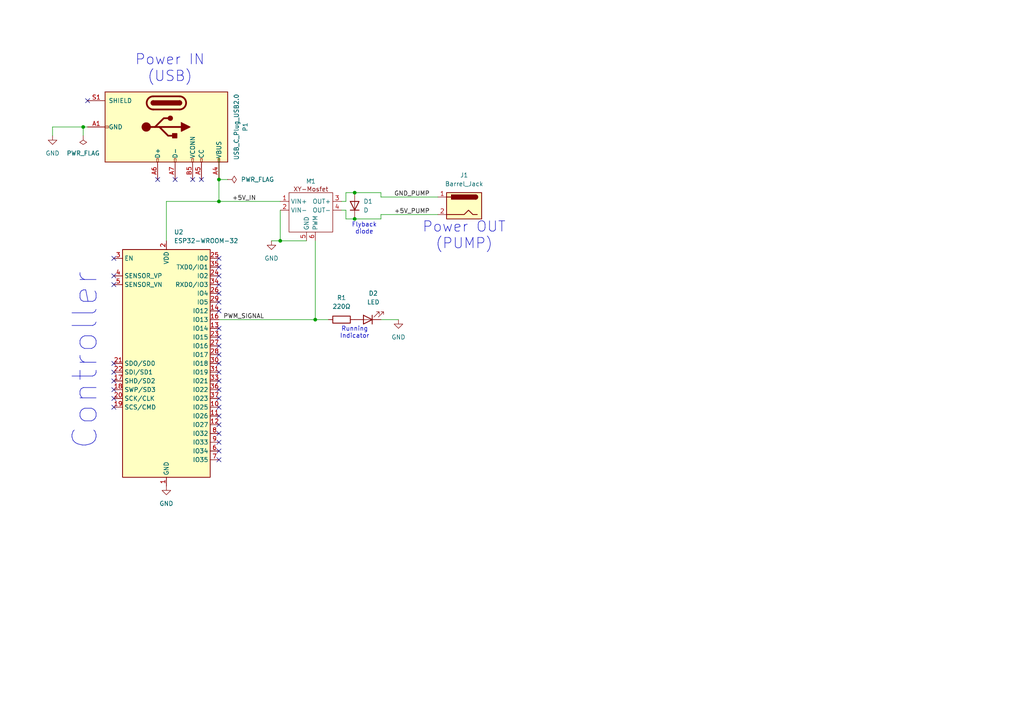
<source format=kicad_sch>
(kicad_sch (version 20231120) (generator "eeschema") (generator_version "8.0")
  (paper "A4")
  (title_block (title "Automatic watering system") (date "2024-05-18") (rev "0") (company "Meltwin"))
  (lib_symbols
    (symbol "Connector:Barrel_Jack" (pin_names (offset 1.016))
      (property "Reference" "J" (at 0 5.334 0))
      (property "Value" "Barrel_Jack" (at 0 -5.08 0))
      (symbol "Barrel_Jack_0_1"
        (rectangle (start -5.08 3.81) (end 5.08 -3.81) (stroke (width 0.254)) (fill (type background)))
        (arc (start -3.302 3.175) (mid -3.9342 2.54) (end -3.302 1.905) (stroke (width 0.254)))
        (arc (start -3.302 3.175) (mid -3.9342 2.54) (end -3.302 1.905) (stroke (width 0.254)) (fill (type outline)))
        (polyline (pts (xy 5.08 2.54) (xy 3.81 2.54)) (stroke (width 0.254)))
        (polyline (pts (xy -3.81 -2.54) (xy -2.54 -2.54) (xy -1.27 -1.27) (xy 0 -2.54) (xy 2.54 -2.54) (xy 5.08 -2.54)) (stroke (width 0.254)))
        (rectangle (start 3.683 3.175) (end -3.302 1.905) (stroke (width 0.254)) (fill (type outline)))
      )
      (symbol "Barrel_Jack_1_1"
        (pin passive line (at 7.62 2.54 180) (length 2.54) (name "~") (number "1"))
        (pin passive line (at 7.62 -2.54 180) (length 2.54) (name "~") (number "2"))
      )
    )
    (symbol "Connector:USB_C_Plug_USB2.0" (pin_names (offset 1.016))
      (property "Reference" "P" (at -10.16 19.05 0))
      (property "Value" "USB_C_Plug_USB2.0" (at 12.7 19.05 0))
      (symbol "USB_C_Plug_USB2.0_0_0"
        (rectangle (start -0.254 -17.78) (end 0.254 -16.764))
        (rectangle (start 10.16 -2.286) (end 9.144 -2.794))
        (rectangle (start 10.16 2.794) (end 9.144 2.286))
        (rectangle (start 10.16 7.874) (end 9.144 7.366))
        (rectangle (start 10.16 10.414) (end 9.144 9.906))
        (rectangle (start 10.16 15.494) (end 9.144 14.986))
      )
      (symbol "USB_C_Plug_USB2.0_0_1"
        (rectangle (start -10.16 17.78) (end 10.16 -17.78) (stroke (width 0.254)) (fill (type background)))
        (arc (start -8.89 -3.81) (mid -6.985 -5.7066) (end -5.08 -3.81) (stroke (width 0.508)))
        (arc (start -7.62 -3.81) (mid -6.985 -4.4422) (end -6.35 -3.81) (stroke (width 0.254)))
        (arc (start -7.62 -3.81) (mid -6.985 -4.4422) (end -6.35 -3.81) (stroke (width 0.254)) (fill (type outline)))
        (rectangle (start -7.62 -3.81) (end -6.35 3.81) (stroke (width 0.254)) (fill (type outline)))
        (arc (start -6.35 3.81) (mid -6.985 4.4422) (end -7.62 3.81) (stroke (width 0.254)))
        (arc (start -6.35 3.81) (mid -6.985 4.4422) (end -7.62 3.81) (stroke (width 0.254)) (fill (type outline)))
        (arc (start -5.08 3.81) (mid -6.985 5.7066) (end -8.89 3.81) (stroke (width 0.508)))
        (circle (center -2.54 1.143) (radius 0.635) (stroke (width 0.254)) (fill (type outline)))
        (circle (center 0 -5.842) (radius 1.27) (fill (type outline)))
        (polyline (pts (xy -8.89 -3.81) (xy -8.89 3.81)) (stroke (width 0.508)))
        (polyline (pts (xy -5.08 3.81) (xy -5.08 -3.81)) (stroke (width 0.508)))
        (polyline (pts (xy 0 -5.842) (xy 0 4.318)) (stroke (width 0.508)))
        (polyline (pts (xy 0 -3.302) (xy -2.54 -0.762) (xy -2.54 0.508)) (stroke (width 0.508)))
        (polyline (pts (xy 0 -2.032) (xy 2.54 0.508) (xy 2.54 1.778)) (stroke (width 0.508)))
        (polyline (pts (xy -1.27 4.318) (xy 0 6.858) (xy 1.27 4.318) (xy -1.27 4.318)) (stroke (width 0.254)) (fill (type outline)))
        (rectangle (start 1.905 1.778) (end 3.175 3.048) (stroke (width 0.254)) (fill (type outline)))
      )
      (symbol "USB_C_Plug_USB2.0_1_1"
        (pin passive line (at 0 -22.86 90) (length 5.08) (name "GND") (number "A1"))
        (pin passive line (at 0 -22.86 90) (length 5.08) hide (name "GND") (number "A12"))
        (pin passive line (at 15.24 15.24 180) (length 5.08) (name "VBUS") (number "A4"))
        (pin bidirectional line (at 15.24 10.16 180) (length 5.08) (name "CC") (number "A5"))
        (pin bidirectional line (at 15.24 -2.54 180) (length 5.08) (name "D+") (number "A6"))
        (pin bidirectional line (at 15.24 2.54 180) (length 5.08) (name "D-") (number "A7"))
        (pin passive line (at 15.24 15.24 180) (length 5.08) hide (name "VBUS") (number "A9"))
        (pin passive line (at 0 -22.86 90) (length 5.08) hide (name "GND") (number "B1"))
        (pin passive line (at 0 -22.86 90) (length 5.08) hide (name "GND") (number "B12"))
        (pin passive line (at 15.24 15.24 180) (length 5.08) hide (name "VBUS") (number "B4"))
        (pin bidirectional line (at 15.24 7.62 180) (length 5.08) (name "VCONN") (number "B5"))
        (pin passive line (at 15.24 15.24 180) (length 5.08) hide (name "VBUS") (number "B9"))
        (pin passive line (at -7.62 -22.86 90) (length 5.08) (name "SHIELD") (number "S1"))
      )
    )
    (symbol "Device:D" (pin_numbers hide) (pin_names (offset 1.016) hide)
      (property "Reference" "D" (at 0 2.54 0))
      (property "Value" "D" (at 0 -2.54 0))
      (symbol "D_0_1"
        (polyline (pts (xy -1.27 1.27) (xy -1.27 -1.27)) (stroke (width 0.254)))
        (polyline (pts (xy 1.27 0) (xy -1.27 0)))
        (polyline (pts (xy 1.27 1.27) (xy 1.27 -1.27) (xy -1.27 0) (xy 1.27 1.27)) (stroke (width 0.254)))
      )
      (symbol "D_1_1"
        (pin passive line (at -3.81 0 0) (length 2.54) (name "K") (number "1"))
        (pin passive line (at 3.81 0 180) (length 2.54) (name "A") (number "2"))
      )
    )
    (symbol "Device:LED" (pin_numbers hide) (pin_names (offset 1.016) hide)
      (property "Reference" "D" (at 0 2.54 0))
      (property "Value" "LED" (at 0 -2.54 0))
      (symbol "LED_0_1"
        (polyline (pts (xy -1.27 -1.27) (xy -1.27 1.27)) (stroke (width 0.254)))
        (polyline (pts (xy -1.27 0) (xy 1.27 0)))
        (polyline (pts (xy 1.27 -1.27) (xy 1.27 1.27) (xy -1.27 0) (xy 1.27 -1.27)) (stroke (width 0.254)))
        (polyline (pts (xy -3.048 -0.762) (xy -4.572 -2.286) (xy -3.81 -2.286) (xy -4.572 -2.286) (xy -4.572 -1.524)))
        (polyline (pts (xy -1.778 -0.762) (xy -3.302 -2.286) (xy -2.54 -2.286) (xy -3.302 -2.286) (xy -3.302 -1.524)))
      )
      (symbol "LED_1_1"
        (pin passive line (at -3.81 0 0) (length 2.54) (name "K") (number "1"))
        (pin passive line (at 3.81 0 180) (length 2.54) (name "A") (number "2"))
      )
    )
    (symbol "Device:R" (pin_numbers hide) (pin_names (offset 0))
      (property "Reference" "R" (at 2.032 0 90))
      (property "Value" "R" (at 0 0 90))
      (symbol "R_0_1"
        (rectangle (start -1.016 -2.54) (end 1.016 2.54) (stroke (width 0.254)))
      )
      (symbol "R_1_1"
        (pin passive line (at 0 3.81 270) (length 1.27) (name "~") (number "1"))
        (pin passive line (at 0 -3.81 90) (length 1.27) (name "~") (number "2"))
      )
    )
    (symbol "Meltwin:XY-Mosfet"
      (property "Reference" "M" (at 0 9.144 0))
      (symbol "XY-Mosfet_0_1"
        (rectangle (start -6.35 6.35) (end 6.35 -5.08))
      )
      (symbol "XY-Mosfet_1_1"
        (text "XY-Mosfet" (at 0 7.366 0) (effects (font (size 1.27 1.27))))
        (pin input line (at -8.89 3.81 0) (length 2.54) (name "VIN+") (number "1"))
        (pin input line (at -8.89 1.27 0) (length 2.54) (name "VIN-") (number "2"))
        (pin output line (at 8.89 3.81 180) (length 2.54) (name "OUT+") (number "3"))
        (pin output line (at 8.89 1.27 180) (length 2.54) (name "OUT-") (number "4"))
        (pin input line (at -1.27 -7.62 90) (length 2.54) (name "GND") (number "5"))
        (pin input line (at 1.27 -7.62 90) (length 2.54) (name "PWM") (number "6"))
      )
    )
    (symbol "RF_Module:ESP32-WROOM-32"
      (property "Reference" "U" (at -12.7 34.29 0))
      (property "Value" "ESP32-WROOM-32" (at 1.27 34.29 0))
      (symbol "ESP32-WROOM-32_0_1"
        (rectangle (start -12.7 33.02) (end 12.7 -33.02) (stroke (width 0.254)) (fill (type background)))
      )
      (symbol "ESP32-WROOM-32_1_1"
        (pin power_in line (at 0 -35.56 90) (length 2.54) (name "GND") (number "1"))
        (pin bidirectional line (at 15.24 -12.7 180) (length 2.54) (name "IO25") (number "10"))
        (pin bidirectional line (at 15.24 -15.24 180) (length 2.54) (name "IO26") (number "11"))
        (pin bidirectional line (at 15.24 -17.78 180) (length 2.54) (name "IO27") (number "12"))
        (pin bidirectional line (at 15.24 10.16 180) (length 2.54) (name "IO14") (number "13"))
        (pin bidirectional line (at 15.24 15.24 180) (length 2.54) (name "IO12") (number "14"))
        (pin passive line (at 0 -35.56 90) (length 2.54) hide (name "GND") (number "15"))
        (pin bidirectional line (at 15.24 12.7 180) (length 2.54) (name "IO13") (number "16"))
        (pin bidirectional line (at -15.24 -5.08 0) (length 2.54) (name "SHD/SD2") (number "17"))
        (pin bidirectional line (at -15.24 -7.62 0) (length 2.54) (name "SWP/SD3") (number "18"))
        (pin bidirectional line (at -15.24 -12.7 0) (length 2.54) (name "SCS/CMD") (number "19"))
        (pin power_in line (at 0 35.56 270) (length 2.54) (name "VDD") (number "2"))
        (pin bidirectional line (at -15.24 -10.16 0) (length 2.54) (name "SCK/CLK") (number "20"))
        (pin bidirectional line (at -15.24 0 0) (length 2.54) (name "SDO/SD0") (number "21"))
        (pin bidirectional line (at -15.24 -2.54 0) (length 2.54) (name "SDI/SD1") (number "22"))
        (pin bidirectional line (at 15.24 7.62 180) (length 2.54) (name "IO15") (number "23"))
        (pin bidirectional line (at 15.24 25.4 180) (length 2.54) (name "IO2") (number "24"))
        (pin bidirectional line (at 15.24 30.48 180) (length 2.54) (name "IO0") (number "25"))
        (pin bidirectional line (at 15.24 20.32 180) (length 2.54) (name "IO4") (number "26"))
        (pin bidirectional line (at 15.24 5.08 180) (length 2.54) (name "IO16") (number "27"))
        (pin bidirectional line (at 15.24 2.54 180) (length 2.54) (name "IO17") (number "28"))
        (pin bidirectional line (at 15.24 17.78 180) (length 2.54) (name "IO5") (number "29"))
        (pin input line (at -15.24 30.48 0) (length 2.54) (name "EN") (number "3"))
        (pin bidirectional line (at 15.24 0 180) (length 2.54) (name "IO18") (number "30"))
        (pin bidirectional line (at 15.24 -2.54 180) (length 2.54) (name "IO19") (number "31"))
        (pin no_connect line (at -12.7 -27.94 0) (length 2.54) hide (name "NC") (number "32"))
        (pin bidirectional line (at 15.24 -5.08 180) (length 2.54) (name "IO21") (number "33"))
        (pin bidirectional line (at 15.24 22.86 180) (length 2.54) (name "RXD0/IO3") (number "34"))
        (pin bidirectional line (at 15.24 27.94 180) (length 2.54) (name "TXD0/IO1") (number "35"))
        (pin bidirectional line (at 15.24 -7.62 180) (length 2.54) (name "IO22") (number "36"))
        (pin bidirectional line (at 15.24 -10.16 180) (length 2.54) (name "IO23") (number "37"))
        (pin passive line (at 0 -35.56 90) (length 2.54) hide (name "GND") (number "38"))
        (pin passive line (at 0 -35.56 90) (length 2.54) hide (name "GND") (number "39"))
        (pin input line (at -15.24 25.4 0) (length 2.54) (name "SENSOR_VP") (number "4"))
        (pin input line (at -15.24 22.86 0) (length 2.54) (name "SENSOR_VN") (number "5"))
        (pin input line (at 15.24 -25.4 180) (length 2.54) (name "IO34") (number "6"))
        (pin input line (at 15.24 -27.94 180) (length 2.54) (name "IO35") (number "7"))
        (pin bidirectional line (at 15.24 -20.32 180) (length 2.54) (name "IO32") (number "8"))
        (pin bidirectional line (at 15.24 -22.86 180) (length 2.54) (name "IO33") (number "9"))
      )
    )
    (symbol "power:GND" (power) (pin_names (offset 0))
      (property "Value" "GND" (at 0 -3.81 0))
      (symbol "GND_0_1"
        (polyline (pts (xy 0 0) (xy 0 -1.27) (xy 1.27 -1.27) (xy 0 -2.54) (xy -1.27 -1.27) (xy 0 -1.27)))
      )
      (symbol "GND_1_1"
        (pin power_in line (at 0 0 270) (length 0) hide (name "GND") (number "1"))
      )
    )
    (symbol "power:PWR_FLAG" (power) (pin_numbers hide) (pin_names (offset 0) hide)
      (property "Value" "PWR_FLAG" (at 0 3.81 0))
      (symbol "PWR_FLAG_0_0"
        (pin power_out line (at 0 0 90) (length 0) (name "pwr") (number "1"))
      )
      (symbol "PWR_FLAG_0_1"
        (polyline (pts (xy 0 0) (xy 0 1.27) (xy -1.016 1.905) (xy 0 2.54) (xy 1.016 1.905) (xy 0 1.27)))
      )
    )
  )
  (junction (at 102.87 55.88))
  (junction (at 24.13 36.83))
  (junction (at 63.5 52.07))
  (junction (at 81.28 69.85))
  (junction (at 102.87 63.5))
  (junction (at 63.5 58.42))
  (junction (at 91.44 92.71))
  (no_connect (at 63.5 120.65))
  (no_connect (at 45.72 52.07))
  (no_connect (at 58.42 52.07))
  (no_connect (at 63.5 74.93))
  (no_connect (at 33.02 110.49))
  (no_connect (at 55.88 52.07))
  (no_connect (at 63.5 90.17))
  (no_connect (at 63.5 133.35))
  (no_connect (at 33.02 74.93))
  (no_connect (at 63.5 105.41))
  (no_connect (at 33.02 80.01))
  (no_connect (at 33.02 118.11))
  (no_connect (at 33.02 115.57))
  (no_connect (at 33.02 105.41))
  (no_connect (at 33.02 82.55))
  (no_connect (at 63.5 102.87))
  (no_connect (at 63.5 115.57))
  (no_connect (at 63.5 100.33))
  (no_connect (at 25.4 29.21))
  (no_connect (at 63.5 125.73))
  (no_connect (at 63.5 82.55))
  (no_connect (at 33.02 107.95))
  (no_connect (at 63.5 77.47))
  (no_connect (at 63.5 87.63))
  (no_connect (at 63.5 128.27))
  (no_connect (at 63.5 97.79))
  (no_connect (at 63.5 95.25))
  (no_connect (at 63.5 130.81))
  (no_connect (at 63.5 118.11))
  (no_connect (at 33.02 113.03))
  (no_connect (at 50.8 52.07))
  (no_connect (at 63.5 85.09))
  (no_connect (at 63.5 113.03))
  (no_connect (at 63.5 110.49))
  (no_connect (at 63.5 107.95))
  (no_connect (at 63.5 80.01))
  (no_connect (at 63.5 123.19))
  (wire (pts (xy 115.57 92.71) (xy 110.49 92.71)))
  (wire (pts (xy 63.5 52.07) (xy 63.5 58.42)))
  (wire (pts (xy 100.33 60.96) (xy 99.06 60.96)))
  (wire (pts (xy 63.5 45.72) (xy 63.5 52.07)))
  (wire (pts (xy 110.49 55.88) (xy 102.87 55.88)))
  (wire (pts (xy 100.33 58.42) (xy 99.06 58.42)))
  (wire (pts (xy 48.26 58.42) (xy 63.5 58.42)))
  (wire (pts (xy 100.33 63.5) (xy 102.87 63.5)))
  (wire (pts (xy 48.26 69.85) (xy 48.26 58.42)))
  (wire (pts (xy 100.33 55.88) (xy 102.87 55.88)))
  (wire (pts (xy 78.74 69.85) (xy 81.28 69.85)))
  (wire (pts (xy 100.33 58.42) (xy 100.33 55.88)))
  (wire (pts (xy 102.87 63.5) (xy 110.49 63.5)))
  (wire (pts (xy 81.28 60.96) (xy 81.28 69.85)))
  (wire (pts (xy 110.49 62.23) (xy 127 62.23)))
  (wire (pts (xy 15.24 36.83) (xy 15.24 39.37)))
  (wire (pts (xy 100.33 63.5) (xy 100.33 60.96)))
  (wire (pts (xy 110.49 63.5) (xy 110.49 62.23)))
  (wire (pts (xy 63.5 52.07) (xy 66.04 52.07)))
  (wire (pts (xy 91.44 92.71) (xy 95.25 92.71)))
  (wire (pts (xy 110.49 55.88) (xy 110.49 57.15)))
  (wire (pts (xy 24.13 36.83) (xy 25.4 36.83)))
  (wire (pts (xy 24.13 36.83) (xy 24.13 39.37)))
  (wire (pts (xy 91.44 92.71) (xy 91.44 69.85)))
  (wire (pts (xy 15.24 36.83) (xy 24.13 36.83)))
  (wire (pts (xy 81.28 69.85) (xy 88.9 69.85)))
  (wire (pts (xy 63.5 58.42) (xy 81.28 58.42)))
  (wire (pts (xy 110.49 57.15) (xy 127 57.15)))
  (wire (pts (xy 63.5 92.71) (xy 91.44 92.71)))
  (text "Controller" (at 24.638 104.648 90) (effects (font (size 7 7))))
  (text "Running\nIndicator" (at 102.87 96.52 0) (effects (font (size 1.27 1.27))))
  (text "Power IN\n(USB)" (at 49.276 19.812 0) (effects (font (size 3 3))))
  (text "Power OUT\n(PUMP)" (at 134.62 68.326 0) (effects (font (size 3 3))))
  (text "Flyback\ndiode" (at 105.664 66.294 0) (effects (font (size 1.27 1.27))))
  (label "+5V_IN" (at 67.31 58.42 0))
  (label "PWM_SIGNAL" (at 64.77 92.71 0))
  (label "+5V_PUMP" (at 114.3 62.23 0))
  (label "GND_PUMP" (at 114.3 57.15 0))
  (symbol (lib_id "Connector:USB_C_Plug_USB2.0") (at 48.26 36.83 270) (unit 1)
    (property "Reference" "P1" (at 71.12 36.83 0))
    (property "Value" "USB_C_Plug_USB2.0" (at 68.58 36.83 0))
    (property "Datasheet" "https://www.usb.org/sites/default/files/documents/usb_type-c.zip" (effects (hide yes)))
    (property "Description" "USB 2.0-only Type-C Plug connector" (effects (hide yes)))
  )
  (symbol (lib_id "power:GND") (at 78.74 69.85 0) (unit 1)
    (property "Reference" "#PWR03" (effects (hide yes)))
    (property "Value" "GND" (at 78.74 74.93 0))
    (property "Description" "Power symbol creates a global label with name \"GND\" , ground" (effects (hide yes)))
  )
  (symbol (lib_id "power:GND") (at 115.57 92.71 0) (unit 1)
    (property "Reference" "#PWR04" (effects (hide yes)))
    (property "Value" "GND" (at 115.57 97.79 0))
    (property "Description" "Power symbol creates a global label with name \"GND\" , ground" (effects (hide yes)))
  )
  (symbol (lib_id "Connector:Barrel_Jack") (at 134.62 59.69 0) (mirror y) (unit 1)
    (property "Reference" "J1" (at 134.62 50.8 0))
    (property "Value" "Barrel_Jack" (at 134.62 53.34 0))
    (property "Description" "DC Barrel Jack" (effects (hide yes)))
  )
  (symbol (lib_id "Device:R") (at 99.06 92.71 90) (unit 1)
    (property "Reference" "R1" (at 99.06 86.36 90))
    (property "Value" "220Ω" (at 99.06 88.9 90))
    (property "Description" "Resistor" (effects (hide yes)))
  )
  (symbol (lib_id "Device:LED") (at 106.68 92.71 180) (unit 1)
    (property "Reference" "D2" (at 108.2675 85.09 0))
    (property "Value" "LED" (at 108.2675 87.63 0))
    (property "Description" "Light emitting diode" (effects (hide yes)))
  )
  (symbol (lib_id "power:PWR_FLAG") (at 24.13 39.37 180) (unit 1)
    (property "Reference" "#FLG01" (effects (hide yes)))
    (property "Value" "PWR_FLAG" (at 24.13 44.45 0))
    (property "Description" "Special symbol for telling ERC where power comes from" (effects (hide yes)))
  )
  (symbol (lib_id "power:GND") (at 15.24 39.37 0) (unit 1)
    (property "Reference" "#PWR01" (effects (hide yes)))
    (property "Value" "GND" (at 15.24 44.45 0))
    (property "Description" "Power symbol creates a global label with name \"GND\" , ground" (effects (hide yes)))
  )
  (symbol (lib_id "Device:D") (at 102.87 59.69 90) (unit 1)
    (property "Reference" "D1" (at 105.41 58.4199 90) (effects (justify right)))
    (property "Value" "D" (at 105.41 60.9599 90) (effects (justify right)))
    (property "Description" "Diode" (effects (hide yes)))
  )
  (symbol (lib_id "power:GND") (at 48.26 140.97 0) (unit 1)
    (property "Reference" "#PWR02" (effects (hide yes)))
    (property "Value" "GND" (at 48.26 146.05 0))
    (property "Description" "Power symbol creates a global label with name \"GND\" , ground" (effects (hide yes)))
  )
  (symbol (lib_id "power:PWR_FLAG") (at 66.04 52.07 270) (unit 1)
    (property "Reference" "#FLG02" (effects (hide yes)))
    (property "Value" "PWR_FLAG" (at 69.85 52.0699 90) (effects (justify left)))
    (property "Description" "Special symbol for telling ERC where power comes from" (effects (hide yes)))
  )
  (symbol (lib_id "RF_Module:ESP32-WROOM-32") (at 48.26 105.41 0) (unit 1)
    (property "Reference" "U2" (at 50.4541 67.31 0) (effects (justify left)))
    (property "Value" "ESP32-WROOM-32" (at 50.4541 69.85 0) (effects (justify left)))
    (property "Footprint" "RF_Module:ESP32-WROOM-32" (effects (hide yes)))
    (property "Datasheet" "https://www.espressif.com/sites/default/files/documentation/esp32-wroom-32_datasheet_en.pdf" (effects (hide yes)))
    (property "Description" "RF Module, ESP32-D0WDQ6 SoC, Wi-Fi 802.11b/g/n, Bluetooth, BLE, 32-bit, 2.7-3.6V, onboard antenna, SMD" (effects (hide yes)))
  )
  (symbol (lib_id "Meltwin:XY-Mosfet") (at 90.17 62.23 0) (unit 1)
    (property "Reference" "M1" (at 90.17 52.578 0))
    (property "Value" "~" (at 90.17 52.07 0))
  )
)
</source>
